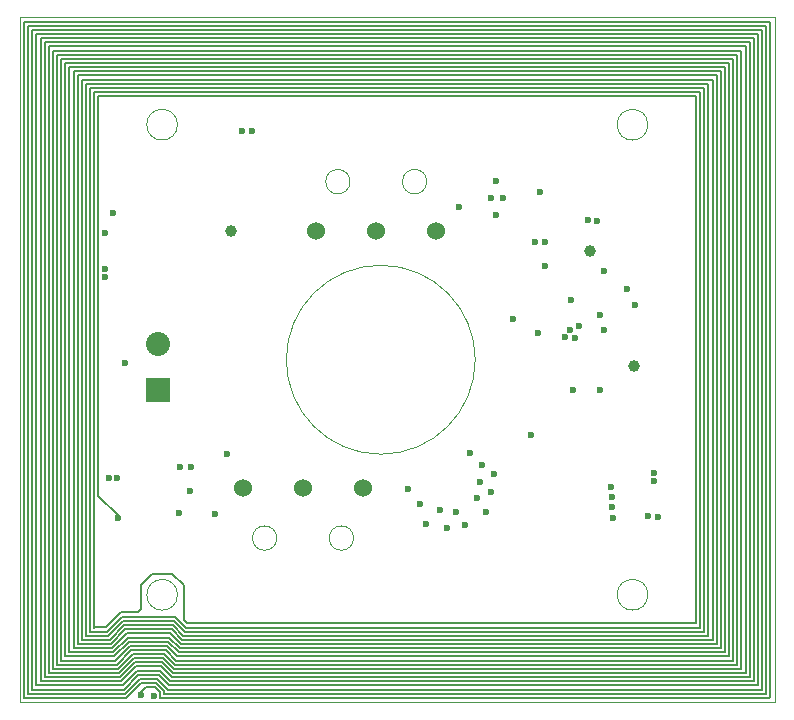
<source format=gbr>
%TF.GenerationSoftware,KiCad,Pcbnew,(5.1.5)-3*%
%TF.CreationDate,2020-08-30T11:50:14-07:00*%
%TF.ProjectId,ypanel,7970616e-656c-42e6-9b69-6361645f7063,rev?*%
%TF.SameCoordinates,Original*%
%TF.FileFunction,Copper,L3,Inr*%
%TF.FilePolarity,Positive*%
%FSLAX46Y46*%
G04 Gerber Fmt 4.6, Leading zero omitted, Abs format (unit mm)*
G04 Created by KiCad (PCBNEW (5.1.5)-3) date 2020-08-30 11:50:14*
%MOMM*%
%LPD*%
G04 APERTURE LIST*
%ADD10C,0.100000*%
%ADD11C,0.050000*%
%ADD12C,2.032000*%
%ADD13R,2.032000X2.032000*%
%ADD14C,1.000000*%
%ADD15C,1.524000*%
%ADD16C,0.600000*%
%ADD17C,0.190000*%
G04 APERTURE END LIST*
D10*
X151587000Y-99000001D02*
G75*
G03X151587000Y-99000001I-8000000J0D01*
G01*
X134779564Y-114100000D02*
G75*
G03X134779564Y-114100000I-1029564J0D01*
G01*
X141279564Y-114100000D02*
G75*
G03X141279564Y-114100000I-1029564J0D01*
G01*
X126375000Y-118900000D02*
G75*
G03X126375000Y-118900000I-1300000J0D01*
G01*
X140979564Y-83920436D02*
G75*
G03X140979564Y-83920436I-1029564J0D01*
G01*
X147479564Y-83920436D02*
G75*
G03X147479564Y-83920436I-1029564J0D01*
G01*
X176975000Y-70000000D02*
X176975000Y-128000000D01*
X166200000Y-118900000D02*
G75*
G03X166200000Y-118900000I-1300000J0D01*
G01*
D11*
X126372800Y-79100000D02*
G75*
G03X126372800Y-79100000I-1300000J0D01*
G01*
D10*
X166195000Y-79102480D02*
G75*
G03X166195000Y-79102480I-1300000J0D01*
G01*
X176975000Y-70000000D02*
X113000000Y-70000000D01*
X113000000Y-128000000D02*
X176975000Y-128000000D01*
X113000000Y-70000000D02*
X113000000Y-128000000D01*
D12*
X124764800Y-97691060D03*
D13*
X124764800Y-101546660D03*
D14*
X161267720Y-89773460D03*
X130873500Y-88138000D03*
X165036500Y-99568000D03*
D15*
X142080000Y-109900000D03*
X137000000Y-109900000D03*
X131920000Y-109900000D03*
X148300000Y-88100000D03*
X143200000Y-88100000D03*
X138100000Y-88100000D03*
D16*
X150197820Y-86072980D03*
X159634500Y-96507000D03*
X160350000Y-96150000D03*
X159200000Y-97050000D03*
X160050000Y-97150000D03*
X163220400Y-112369600D03*
X165100000Y-94350000D03*
X121900000Y-99250000D03*
X130558000Y-106991000D03*
X131800000Y-79600000D03*
X132650000Y-79600000D03*
X120200000Y-91300000D03*
X120200000Y-92000000D03*
X121250000Y-109000000D03*
X152146000Y-107950000D03*
X145923000Y-109982000D03*
X146939000Y-111252000D03*
X149987000Y-111887000D03*
X150749000Y-113030000D03*
X151765000Y-110744000D03*
X152527000Y-111887000D03*
X152019000Y-109347000D03*
X148590000Y-111760000D03*
X151130000Y-106934000D03*
X149225000Y-113284000D03*
X147447000Y-112903000D03*
X152908000Y-110236000D03*
X153162000Y-108712000D03*
X126492000Y-112014000D03*
X127532575Y-108101584D03*
X120549010Y-109000000D03*
X162149946Y-95220946D03*
X159829500Y-101536494D03*
X157483120Y-91084100D03*
X163200000Y-111500000D03*
X156301440Y-105384600D03*
X126600000Y-108077020D03*
X157050000Y-84800000D03*
X156876844Y-96740660D03*
X162450000Y-91500000D03*
X154750000Y-95550000D03*
X163200000Y-110650000D03*
X129550000Y-112050000D03*
X127400000Y-110150000D03*
X163100000Y-109750000D03*
X166200000Y-112250000D03*
X153340597Y-83865157D03*
X161100000Y-87150000D03*
X166700000Y-109300000D03*
X166700000Y-108550000D03*
X161870307Y-87229693D03*
X167100000Y-112300000D03*
X153339000Y-86767200D03*
X124400000Y-127450000D03*
X123250000Y-127400000D03*
X121300000Y-112395000D03*
X120269000Y-88265000D03*
X152894500Y-85332100D03*
X120950000Y-86550000D03*
X153897800Y-85332100D03*
X162115500Y-101600000D03*
X162496500Y-96520000D03*
X159670844Y-93971156D03*
X164401500Y-93027500D03*
X156641703Y-89002155D03*
X157504833Y-89002155D03*
D17*
X115827000Y-125173000D02*
X115827000Y-72827000D01*
X170273000Y-76677000D02*
X170273000Y-121323000D01*
X119677000Y-76677000D02*
X170273000Y-76677000D01*
X121323000Y-72127000D02*
X121373000Y-72127000D01*
X129523000Y-73177000D02*
X173773000Y-73177000D01*
X129423000Y-73177000D02*
X129523000Y-73177000D01*
X173773000Y-124823000D02*
X126173000Y-124823000D01*
X120523000Y-72827000D02*
X120673000Y-72827000D01*
X119323000Y-73527000D02*
X119973000Y-73527000D01*
X129073000Y-72827000D02*
X129223000Y-72827000D01*
X129223000Y-72827000D02*
X120523000Y-72827000D01*
X115827000Y-72827000D02*
X120523000Y-72827000D01*
X170273000Y-121323000D02*
X127173000Y-121323000D01*
X173773000Y-73177000D02*
X173773000Y-124823000D01*
X115127000Y-72127000D02*
X121323000Y-72127000D01*
X122773000Y-124623000D02*
X121523000Y-125873000D01*
X174473000Y-125523000D02*
X125973000Y-125523000D01*
X174473000Y-72477000D02*
X174473000Y-125523000D01*
X115477000Y-72477000D02*
X174473000Y-72477000D01*
X125973000Y-125523000D02*
X125073000Y-124623000D01*
X115477000Y-125523000D02*
X115477000Y-72477000D01*
X115127000Y-125873000D02*
X115127000Y-72127000D01*
X121523000Y-125873000D02*
X115127000Y-125873000D01*
X121423000Y-125523000D02*
X115477000Y-125523000D01*
X125073000Y-124623000D02*
X122773000Y-124623000D01*
X126073000Y-125173000D02*
X125173000Y-124273000D01*
X122673000Y-124273000D02*
X121423000Y-125523000D01*
X125173000Y-124273000D02*
X122673000Y-124273000D01*
X174123000Y-125173000D02*
X126073000Y-125173000D01*
X174123000Y-72827000D02*
X174123000Y-125173000D01*
X129223000Y-72827000D02*
X174123000Y-72827000D01*
X115827000Y-125173000D02*
X121323000Y-125173000D01*
X121323000Y-125173000D02*
X122573000Y-123923000D01*
X125273000Y-123923000D02*
X126173000Y-124823000D01*
X122573000Y-123923000D02*
X125273000Y-123923000D01*
X120323000Y-73177000D02*
X129523000Y-73177000D01*
X116177000Y-73177000D02*
X120323000Y-73177000D01*
X121223000Y-124823000D02*
X116177000Y-124823000D01*
X122473000Y-123573000D02*
X121223000Y-124823000D01*
X125373000Y-123573000D02*
X122473000Y-123573000D01*
X126273000Y-124473000D02*
X125373000Y-123573000D01*
X173423000Y-124473000D02*
X126273000Y-124473000D01*
X173423000Y-73527000D02*
X173423000Y-124473000D01*
X116177000Y-124823000D02*
X116177000Y-73177000D01*
X119323000Y-73527000D02*
X173423000Y-73527000D01*
X119677000Y-110518000D02*
X121427000Y-112268000D01*
X119677000Y-76677000D02*
X119677000Y-110518000D01*
X123673000Y-126723000D02*
X123123000Y-127273000D01*
X124473000Y-126723000D02*
X123673000Y-126723000D01*
X121823000Y-126923000D02*
X114077000Y-126923000D01*
X174823000Y-125873000D02*
X125873000Y-125873000D01*
X124773000Y-125673000D02*
X123073000Y-125673000D01*
X175173000Y-71777000D02*
X175173000Y-126223000D01*
X175523000Y-126573000D02*
X125673000Y-126573000D01*
X125573000Y-126923000D02*
X124673000Y-126023000D01*
X123073000Y-125673000D02*
X121823000Y-126923000D01*
X121723000Y-126573000D02*
X114427000Y-126573000D01*
X124873000Y-125323000D02*
X122973000Y-125323000D01*
X176495010Y-127600990D02*
X124923000Y-127600990D01*
X125773000Y-126223000D02*
X124873000Y-125323000D01*
X124973000Y-124973000D02*
X122873000Y-124973000D01*
X121623000Y-126223000D02*
X114777000Y-126223000D01*
X125873000Y-125873000D02*
X124973000Y-124973000D01*
X123173000Y-126023000D02*
X121923000Y-127273000D01*
X121323000Y-72127000D02*
X174823000Y-72127000D01*
X174823000Y-72127000D02*
X174823000Y-125873000D01*
X122873000Y-124973000D02*
X121623000Y-126223000D01*
X125673000Y-126573000D02*
X124773000Y-125673000D01*
X175523000Y-71427000D02*
X175523000Y-126573000D01*
X176223000Y-127273000D02*
X125273000Y-127273000D01*
X114777000Y-126223000D02*
X114777000Y-71777000D01*
X113727000Y-70727000D02*
X176223000Y-70727000D01*
X114077000Y-126923000D02*
X114077000Y-71077000D01*
X114427000Y-126573000D02*
X114427000Y-71427000D01*
X125273000Y-127273000D02*
X125273000Y-127073000D01*
X114777000Y-71777000D02*
X175173000Y-71777000D01*
X122045010Y-127600990D02*
X113399010Y-127600990D01*
X175173000Y-126223000D02*
X125773000Y-126223000D01*
X114077000Y-71077000D02*
X175873000Y-71077000D01*
X175873000Y-71077000D02*
X175873000Y-126923000D01*
X175873000Y-126923000D02*
X125573000Y-126923000D01*
X124673000Y-126023000D02*
X123173000Y-126023000D01*
X121923000Y-127273000D02*
X113727000Y-127273000D01*
X113727000Y-127273000D02*
X113727000Y-70727000D01*
X176223000Y-70727000D02*
X176223000Y-127273000D01*
X125273000Y-127073000D02*
X124573000Y-126373000D01*
X122973000Y-125323000D02*
X121723000Y-126573000D01*
X123273000Y-126373000D02*
X122045010Y-127600990D01*
X124573000Y-126373000D02*
X123273000Y-126373000D01*
X113399010Y-127600990D02*
X113399010Y-70399010D01*
X114427000Y-71427000D02*
X175523000Y-71427000D01*
X113399010Y-70399010D02*
X176573000Y-70399010D01*
X176573000Y-70399010D02*
X176573000Y-127523000D01*
X176573000Y-127523000D02*
X176495010Y-127600990D01*
X124923000Y-127600990D02*
X124923000Y-127173000D01*
X124923000Y-127173000D02*
X124473000Y-126723000D01*
X119327000Y-76327000D02*
X119327000Y-121670800D01*
X170623000Y-121673000D02*
X170623000Y-76327000D01*
X126173000Y-120773000D02*
X127073000Y-121673000D01*
X121673000Y-120773000D02*
X126173000Y-120773000D01*
X120423000Y-122023000D02*
X121673000Y-120773000D01*
X118977000Y-122023000D02*
X120423000Y-122023000D01*
X118977000Y-75977000D02*
X118977000Y-122023000D01*
X170973000Y-75977000D02*
X118977000Y-75977000D01*
X170973000Y-122023000D02*
X170973000Y-75977000D01*
X170623000Y-76327000D02*
X119327000Y-76327000D01*
X126973000Y-122023000D02*
X170973000Y-122023000D01*
X126073000Y-121123000D02*
X126973000Y-122023000D01*
X121773000Y-121123000D02*
X126073000Y-121123000D01*
X120523000Y-122373000D02*
X121773000Y-121123000D01*
X118627000Y-122373000D02*
X120523000Y-122373000D01*
X118627000Y-75627000D02*
X118627000Y-122373000D01*
X171323000Y-75627000D02*
X118627000Y-75627000D01*
X171323000Y-122373000D02*
X171323000Y-75627000D01*
X126573000Y-123423000D02*
X172373000Y-123423000D01*
X117227000Y-74227000D02*
X117227000Y-123773000D01*
X122273000Y-122873000D02*
X125573000Y-122873000D01*
X172723000Y-123773000D02*
X172723000Y-74227000D01*
X172373000Y-74577000D02*
X117577000Y-74577000D01*
X126473000Y-123773000D02*
X172723000Y-123773000D01*
X117577000Y-123423000D02*
X120823000Y-123423000D01*
X125573000Y-122873000D02*
X126473000Y-123773000D01*
X125673000Y-122523000D02*
X126573000Y-123423000D01*
X120923000Y-123773000D02*
X122173000Y-122523000D01*
X121023000Y-124123000D02*
X122273000Y-122873000D01*
X122373000Y-123223000D02*
X125473000Y-123223000D01*
X126373000Y-124123000D02*
X173073000Y-124123000D01*
X118277000Y-75277000D02*
X118277000Y-122723000D01*
X116527000Y-124473000D02*
X121123000Y-124473000D01*
X125973000Y-121473000D02*
X126873000Y-122373000D01*
X119323000Y-73527000D02*
X116527000Y-73527000D01*
X120823000Y-123423000D02*
X122073000Y-122173000D01*
X121123000Y-124473000D02*
X122373000Y-123223000D01*
X116527000Y-73527000D02*
X116527000Y-124473000D01*
X125473000Y-123223000D02*
X126373000Y-124123000D01*
X125873000Y-121823000D02*
X126773000Y-122723000D01*
X122173000Y-122523000D02*
X125673000Y-122523000D01*
X126773000Y-122723000D02*
X171673000Y-122723000D01*
X173073000Y-124123000D02*
X173073000Y-73877000D01*
X172723000Y-74227000D02*
X117227000Y-74227000D01*
X173073000Y-73877000D02*
X116877000Y-73877000D01*
X116877000Y-73877000D02*
X116877000Y-124123000D01*
X117227000Y-123773000D02*
X120923000Y-123773000D01*
X120623000Y-122723000D02*
X121873000Y-121473000D01*
X116877000Y-124123000D02*
X121023000Y-124123000D01*
X172373000Y-123423000D02*
X172373000Y-74577000D01*
X117577000Y-74577000D02*
X117577000Y-123423000D01*
X119327000Y-121670800D02*
X119329200Y-121673000D01*
X122073000Y-122173000D02*
X125773000Y-122173000D01*
X125773000Y-122173000D02*
X126673000Y-123073000D01*
X126673000Y-123073000D02*
X172023000Y-123073000D01*
X172023000Y-123073000D02*
X172023000Y-74927000D01*
X172023000Y-74927000D02*
X117927000Y-74927000D01*
X117927000Y-74927000D02*
X117927000Y-123073000D01*
X117927000Y-123073000D02*
X120723000Y-123073000D01*
X127073000Y-121673000D02*
X170623000Y-121673000D01*
X120723000Y-123073000D02*
X121973000Y-121823000D01*
X121973000Y-121823000D02*
X125873000Y-121823000D01*
X171673000Y-122723000D02*
X171673000Y-75277000D01*
X171673000Y-75277000D02*
X118277000Y-75277000D01*
X118277000Y-122723000D02*
X120623000Y-122723000D01*
X121873000Y-121473000D02*
X125973000Y-121473000D01*
X126873000Y-122373000D02*
X171323000Y-122373000D01*
X119327000Y-121670800D02*
X120289600Y-121670800D01*
X120289600Y-121670800D02*
X121615200Y-120345200D01*
X121615200Y-120345200D02*
X123037600Y-120345200D01*
X123037600Y-120345200D02*
X123291600Y-120091200D01*
X123291600Y-120091200D02*
X123291600Y-118110000D01*
X123291600Y-118110000D02*
X124256800Y-117144800D01*
X124256800Y-117144800D02*
X125933200Y-117144800D01*
X125933200Y-117144800D02*
X126898400Y-118110000D01*
X126898400Y-121048400D02*
X127173000Y-121323000D01*
X126898400Y-118110000D02*
X126898400Y-121048400D01*
M02*

</source>
